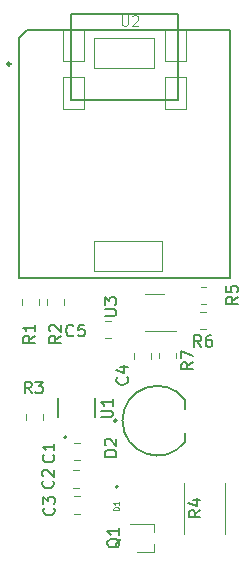
<source format=gbr>
%TF.GenerationSoftware,KiCad,Pcbnew,(6.0.7-1)-1*%
%TF.CreationDate,2022-10-13T21:49:40+11:00*%
%TF.ProjectId,open_jip,6f70656e-5f6a-4697-902e-6b696361645f,rev?*%
%TF.SameCoordinates,Original*%
%TF.FileFunction,Legend,Top*%
%TF.FilePolarity,Positive*%
%FSLAX46Y46*%
G04 Gerber Fmt 4.6, Leading zero omitted, Abs format (unit mm)*
G04 Created by KiCad (PCBNEW (6.0.7-1)-1) date 2022-10-13 21:49:40*
%MOMM*%
%LPD*%
G01*
G04 APERTURE LIST*
%ADD10C,0.150000*%
%ADD11C,0.120406*%
%ADD12C,0.101600*%
%ADD13C,0.200000*%
%ADD14C,0.127000*%
%ADD15C,0.120000*%
%ADD16C,0.066040*%
%ADD17C,0.254000*%
G04 APERTURE END LIST*
D10*
%TO.C,D2*%
X104952380Y-106138095D02*
X103952380Y-106138095D01*
X103952380Y-105900000D01*
X104000000Y-105757142D01*
X104095238Y-105661904D01*
X104190476Y-105614285D01*
X104380952Y-105566666D01*
X104523809Y-105566666D01*
X104714285Y-105614285D01*
X104809523Y-105661904D01*
X104904761Y-105757142D01*
X104952380Y-105900000D01*
X104952380Y-106138095D01*
X104047619Y-105185714D02*
X104000000Y-105138095D01*
X103952380Y-105042857D01*
X103952380Y-104804761D01*
X104000000Y-104709523D01*
X104047619Y-104661904D01*
X104142857Y-104614285D01*
X104238095Y-104614285D01*
X104380952Y-104661904D01*
X104952380Y-105233333D01*
X104952380Y-104614285D01*
%TO.C,C2*%
X99567142Y-108196666D02*
X99614761Y-108244285D01*
X99662380Y-108387142D01*
X99662380Y-108482380D01*
X99614761Y-108625238D01*
X99519523Y-108720476D01*
X99424285Y-108768095D01*
X99233809Y-108815714D01*
X99090952Y-108815714D01*
X98900476Y-108768095D01*
X98805238Y-108720476D01*
X98710000Y-108625238D01*
X98662380Y-108482380D01*
X98662380Y-108387142D01*
X98710000Y-108244285D01*
X98757619Y-108196666D01*
X98757619Y-107815714D02*
X98710000Y-107768095D01*
X98662380Y-107672857D01*
X98662380Y-107434761D01*
X98710000Y-107339523D01*
X98757619Y-107291904D01*
X98852857Y-107244285D01*
X98948095Y-107244285D01*
X99090952Y-107291904D01*
X99662380Y-107863333D01*
X99662380Y-107244285D01*
%TO.C,U3*%
X103954880Y-94221904D02*
X104764404Y-94221904D01*
X104859642Y-94174285D01*
X104907261Y-94126666D01*
X104954880Y-94031428D01*
X104954880Y-93840952D01*
X104907261Y-93745714D01*
X104859642Y-93698095D01*
X104764404Y-93650476D01*
X103954880Y-93650476D01*
X103954880Y-93269523D02*
X103954880Y-92650476D01*
X104335833Y-92983809D01*
X104335833Y-92840952D01*
X104383452Y-92745714D01*
X104431071Y-92698095D01*
X104526309Y-92650476D01*
X104764404Y-92650476D01*
X104859642Y-92698095D01*
X104907261Y-92745714D01*
X104954880Y-92840952D01*
X104954880Y-93126666D01*
X104907261Y-93221904D01*
X104859642Y-93269523D01*
D11*
%TO.C,D1*%
X105187877Y-110695484D02*
X104706253Y-110695484D01*
X104706253Y-110580812D01*
X104729188Y-110512008D01*
X104775056Y-110466139D01*
X104820925Y-110443205D01*
X104912663Y-110420270D01*
X104981467Y-110420270D01*
X105073205Y-110443205D01*
X105119074Y-110466139D01*
X105164943Y-110512008D01*
X105187877Y-110580812D01*
X105187877Y-110695484D01*
X105187877Y-109961581D02*
X105187877Y-110236794D01*
X105187877Y-110099188D02*
X104706253Y-110099188D01*
X104775056Y-110145056D01*
X104820925Y-110190925D01*
X104843860Y-110236794D01*
D12*
%TO.C,U2*%
X105395166Y-68790286D02*
X105395166Y-69509953D01*
X105437500Y-69594620D01*
X105479833Y-69636953D01*
X105564500Y-69679286D01*
X105733833Y-69679286D01*
X105818500Y-69636953D01*
X105860833Y-69594620D01*
X105903166Y-69509953D01*
X105903166Y-68790286D01*
X106284166Y-68874953D02*
X106326500Y-68832620D01*
X106411166Y-68790286D01*
X106622833Y-68790286D01*
X106707500Y-68832620D01*
X106749833Y-68874953D01*
X106792166Y-68959620D01*
X106792166Y-69044286D01*
X106749833Y-69171286D01*
X106241833Y-69679286D01*
X106792166Y-69679286D01*
D10*
%TO.C,U1*%
X103632380Y-102825904D02*
X104441904Y-102825904D01*
X104537142Y-102778285D01*
X104584761Y-102730666D01*
X104632380Y-102635428D01*
X104632380Y-102444952D01*
X104584761Y-102349714D01*
X104537142Y-102302095D01*
X104441904Y-102254476D01*
X103632380Y-102254476D01*
X104632380Y-101254476D02*
X104632380Y-101825904D01*
X104632380Y-101540190D02*
X103632380Y-101540190D01*
X103775238Y-101635428D01*
X103870476Y-101730666D01*
X103918095Y-101825904D01*
%TO.C,R2*%
X100252380Y-95916666D02*
X99776190Y-96250000D01*
X100252380Y-96488095D02*
X99252380Y-96488095D01*
X99252380Y-96107142D01*
X99300000Y-96011904D01*
X99347619Y-95964285D01*
X99442857Y-95916666D01*
X99585714Y-95916666D01*
X99680952Y-95964285D01*
X99728571Y-96011904D01*
X99776190Y-96107142D01*
X99776190Y-96488095D01*
X99347619Y-95535714D02*
X99300000Y-95488095D01*
X99252380Y-95392857D01*
X99252380Y-95154761D01*
X99300000Y-95059523D01*
X99347619Y-95011904D01*
X99442857Y-94964285D01*
X99538095Y-94964285D01*
X99680952Y-95011904D01*
X100252380Y-95583333D01*
X100252380Y-94964285D01*
%TO.C,C5*%
X101323333Y-95867142D02*
X101275714Y-95914761D01*
X101132857Y-95962380D01*
X101037619Y-95962380D01*
X100894761Y-95914761D01*
X100799523Y-95819523D01*
X100751904Y-95724285D01*
X100704285Y-95533809D01*
X100704285Y-95390952D01*
X100751904Y-95200476D01*
X100799523Y-95105238D01*
X100894761Y-95010000D01*
X101037619Y-94962380D01*
X101132857Y-94962380D01*
X101275714Y-95010000D01*
X101323333Y-95057619D01*
X102228095Y-94962380D02*
X101751904Y-94962380D01*
X101704285Y-95438571D01*
X101751904Y-95390952D01*
X101847142Y-95343333D01*
X102085238Y-95343333D01*
X102180476Y-95390952D01*
X102228095Y-95438571D01*
X102275714Y-95533809D01*
X102275714Y-95771904D01*
X102228095Y-95867142D01*
X102180476Y-95914761D01*
X102085238Y-95962380D01*
X101847142Y-95962380D01*
X101751904Y-95914761D01*
X101704285Y-95867142D01*
%TO.C,Q1*%
X105297619Y-113095238D02*
X105250000Y-113190476D01*
X105154761Y-113285714D01*
X105011904Y-113428571D01*
X104964285Y-113523809D01*
X104964285Y-113619047D01*
X105202380Y-113571428D02*
X105154761Y-113666666D01*
X105059523Y-113761904D01*
X104869047Y-113809523D01*
X104535714Y-113809523D01*
X104345238Y-113761904D01*
X104250000Y-113666666D01*
X104202380Y-113571428D01*
X104202380Y-113380952D01*
X104250000Y-113285714D01*
X104345238Y-113190476D01*
X104535714Y-113142857D01*
X104869047Y-113142857D01*
X105059523Y-113190476D01*
X105154761Y-113285714D01*
X105202380Y-113380952D01*
X105202380Y-113571428D01*
X105202380Y-112190476D02*
X105202380Y-112761904D01*
X105202380Y-112476190D02*
X104202380Y-112476190D01*
X104345238Y-112571428D01*
X104440476Y-112666666D01*
X104488095Y-112761904D01*
%TO.C,R4*%
X112072380Y-110686666D02*
X111596190Y-111020000D01*
X112072380Y-111258095D02*
X111072380Y-111258095D01*
X111072380Y-110877142D01*
X111120000Y-110781904D01*
X111167619Y-110734285D01*
X111262857Y-110686666D01*
X111405714Y-110686666D01*
X111500952Y-110734285D01*
X111548571Y-110781904D01*
X111596190Y-110877142D01*
X111596190Y-111258095D01*
X111405714Y-109829523D02*
X112072380Y-109829523D01*
X111024761Y-110067619D02*
X111739047Y-110305714D01*
X111739047Y-109686666D01*
%TO.C,R7*%
X111452380Y-98166666D02*
X110976190Y-98500000D01*
X111452380Y-98738095D02*
X110452380Y-98738095D01*
X110452380Y-98357142D01*
X110500000Y-98261904D01*
X110547619Y-98214285D01*
X110642857Y-98166666D01*
X110785714Y-98166666D01*
X110880952Y-98214285D01*
X110928571Y-98261904D01*
X110976190Y-98357142D01*
X110976190Y-98738095D01*
X110452380Y-97833333D02*
X110452380Y-97166666D01*
X111452380Y-97595238D01*
%TO.C,R3*%
X97773333Y-100784880D02*
X97440000Y-100308690D01*
X97201904Y-100784880D02*
X97201904Y-99784880D01*
X97582857Y-99784880D01*
X97678095Y-99832500D01*
X97725714Y-99880119D01*
X97773333Y-99975357D01*
X97773333Y-100118214D01*
X97725714Y-100213452D01*
X97678095Y-100261071D01*
X97582857Y-100308690D01*
X97201904Y-100308690D01*
X98106666Y-99784880D02*
X98725714Y-99784880D01*
X98392380Y-100165833D01*
X98535238Y-100165833D01*
X98630476Y-100213452D01*
X98678095Y-100261071D01*
X98725714Y-100356309D01*
X98725714Y-100594404D01*
X98678095Y-100689642D01*
X98630476Y-100737261D01*
X98535238Y-100784880D01*
X98249523Y-100784880D01*
X98154285Y-100737261D01*
X98106666Y-100689642D01*
%TO.C,C3*%
X99667142Y-110496666D02*
X99714761Y-110544285D01*
X99762380Y-110687142D01*
X99762380Y-110782380D01*
X99714761Y-110925238D01*
X99619523Y-111020476D01*
X99524285Y-111068095D01*
X99333809Y-111115714D01*
X99190952Y-111115714D01*
X99000476Y-111068095D01*
X98905238Y-111020476D01*
X98810000Y-110925238D01*
X98762380Y-110782380D01*
X98762380Y-110687142D01*
X98810000Y-110544285D01*
X98857619Y-110496666D01*
X98762380Y-110163333D02*
X98762380Y-109544285D01*
X99143333Y-109877619D01*
X99143333Y-109734761D01*
X99190952Y-109639523D01*
X99238571Y-109591904D01*
X99333809Y-109544285D01*
X99571904Y-109544285D01*
X99667142Y-109591904D01*
X99714761Y-109639523D01*
X99762380Y-109734761D01*
X99762380Y-110020476D01*
X99714761Y-110115714D01*
X99667142Y-110163333D01*
%TO.C,C1*%
X99617142Y-105996666D02*
X99664761Y-106044285D01*
X99712380Y-106187142D01*
X99712380Y-106282380D01*
X99664761Y-106425238D01*
X99569523Y-106520476D01*
X99474285Y-106568095D01*
X99283809Y-106615714D01*
X99140952Y-106615714D01*
X98950476Y-106568095D01*
X98855238Y-106520476D01*
X98760000Y-106425238D01*
X98712380Y-106282380D01*
X98712380Y-106187142D01*
X98760000Y-106044285D01*
X98807619Y-105996666D01*
X99712380Y-105044285D02*
X99712380Y-105615714D01*
X99712380Y-105330000D02*
X98712380Y-105330000D01*
X98855238Y-105425238D01*
X98950476Y-105520476D01*
X98998095Y-105615714D01*
%TO.C,R1*%
X98052380Y-95916666D02*
X97576190Y-96250000D01*
X98052380Y-96488095D02*
X97052380Y-96488095D01*
X97052380Y-96107142D01*
X97100000Y-96011904D01*
X97147619Y-95964285D01*
X97242857Y-95916666D01*
X97385714Y-95916666D01*
X97480952Y-95964285D01*
X97528571Y-96011904D01*
X97576190Y-96107142D01*
X97576190Y-96488095D01*
X98052380Y-94964285D02*
X98052380Y-95535714D01*
X98052380Y-95250000D02*
X97052380Y-95250000D01*
X97195238Y-95345238D01*
X97290476Y-95440476D01*
X97338095Y-95535714D01*
%TO.C,C4*%
X105859642Y-99426666D02*
X105907261Y-99474285D01*
X105954880Y-99617142D01*
X105954880Y-99712380D01*
X105907261Y-99855238D01*
X105812023Y-99950476D01*
X105716785Y-99998095D01*
X105526309Y-100045714D01*
X105383452Y-100045714D01*
X105192976Y-99998095D01*
X105097738Y-99950476D01*
X105002500Y-99855238D01*
X104954880Y-99712380D01*
X104954880Y-99617142D01*
X105002500Y-99474285D01*
X105050119Y-99426666D01*
X105288214Y-98569523D02*
X105954880Y-98569523D01*
X104907261Y-98807619D02*
X105621547Y-99045714D01*
X105621547Y-98426666D01*
%TO.C,R6*%
X112133333Y-96852380D02*
X111800000Y-96376190D01*
X111561904Y-96852380D02*
X111561904Y-95852380D01*
X111942857Y-95852380D01*
X112038095Y-95900000D01*
X112085714Y-95947619D01*
X112133333Y-96042857D01*
X112133333Y-96185714D01*
X112085714Y-96280952D01*
X112038095Y-96328571D01*
X111942857Y-96376190D01*
X111561904Y-96376190D01*
X112990476Y-95852380D02*
X112800000Y-95852380D01*
X112704761Y-95900000D01*
X112657142Y-95947619D01*
X112561904Y-96090476D01*
X112514285Y-96280952D01*
X112514285Y-96661904D01*
X112561904Y-96757142D01*
X112609523Y-96804761D01*
X112704761Y-96852380D01*
X112895238Y-96852380D01*
X112990476Y-96804761D01*
X113038095Y-96757142D01*
X113085714Y-96661904D01*
X113085714Y-96423809D01*
X113038095Y-96328571D01*
X112990476Y-96280952D01*
X112895238Y-96233333D01*
X112704761Y-96233333D01*
X112609523Y-96280952D01*
X112561904Y-96328571D01*
X112514285Y-96423809D01*
%TO.C,R5*%
X115239880Y-92616666D02*
X114763690Y-92950000D01*
X115239880Y-93188095D02*
X114239880Y-93188095D01*
X114239880Y-92807142D01*
X114287500Y-92711904D01*
X114335119Y-92664285D01*
X114430357Y-92616666D01*
X114573214Y-92616666D01*
X114668452Y-92664285D01*
X114716071Y-92711904D01*
X114763690Y-92807142D01*
X114763690Y-93188095D01*
X114239880Y-91711904D02*
X114239880Y-92188095D01*
X114716071Y-92235714D01*
X114668452Y-92188095D01*
X114620833Y-92092857D01*
X114620833Y-91854761D01*
X114668452Y-91759523D01*
X114716071Y-91711904D01*
X114811309Y-91664285D01*
X115049404Y-91664285D01*
X115144642Y-91711904D01*
X115192261Y-91759523D01*
X115239880Y-91854761D01*
X115239880Y-92092857D01*
X115192261Y-92188095D01*
X115144642Y-92235714D01*
D13*
%TO.C,D2*%
X105013178Y-103120000D02*
G75*
G03*
X105013178Y-103120000I-143178J0D01*
G01*
D14*
X110780000Y-101330000D02*
X110780000Y-102100000D01*
X110780000Y-104100000D02*
X110780000Y-104870000D01*
X110780000Y-101330000D02*
G75*
G03*
X110780000Y-104870000I-2359991J-1770000D01*
G01*
D15*
%TO.C,C2*%
X101821252Y-107295000D02*
X101298748Y-107295000D01*
X101821252Y-108765000D02*
X101298748Y-108765000D01*
%TO.C,U3*%
X108190000Y-95520000D02*
X109990000Y-95520000D01*
X108190000Y-92400000D02*
X107390000Y-92400000D01*
X108190000Y-95520000D02*
X107390000Y-95520000D01*
X108190000Y-92400000D02*
X108990000Y-92400000D01*
D13*
%TO.C,D1*%
X105087500Y-108680000D02*
G75*
G03*
X105087500Y-108680000I-100000J0D01*
G01*
D16*
%TO.C,U2*%
X109057000Y-69975620D02*
X110835000Y-69975620D01*
X108168000Y-73277620D02*
X108168000Y-70737620D01*
X109057000Y-72642620D02*
X110835000Y-72642620D01*
X100421000Y-72642620D02*
X100421000Y-69975620D01*
D14*
X97408560Y-70059440D02*
X96738000Y-70730000D01*
X96738000Y-70730000D02*
X96738000Y-91057620D01*
X96738000Y-91057620D02*
X114535780Y-91057620D01*
D16*
X110835000Y-76709160D02*
X110835000Y-74039620D01*
X100421000Y-74039620D02*
X102199000Y-74039620D01*
D14*
X114535780Y-70059440D02*
X97408560Y-70059440D01*
D16*
X103088000Y-90422620D02*
X108803000Y-90422620D01*
X100421000Y-76709160D02*
X100421000Y-74039620D01*
X103088000Y-90422620D02*
X103088000Y-87882620D01*
X103088000Y-70737620D02*
X108168000Y-70737620D01*
X110835000Y-72642620D02*
X110835000Y-69975620D01*
X103088000Y-73277620D02*
X103088000Y-70737620D01*
X100421000Y-76709160D02*
X102199000Y-76709160D01*
D14*
X110131420Y-68634500D02*
X110131420Y-75987800D01*
D16*
X109057000Y-76709160D02*
X109057000Y-74039620D01*
X103088000Y-73277620D02*
X108168000Y-73277620D01*
D14*
X101137280Y-68634500D02*
X110131420Y-68634500D01*
D16*
X109057000Y-76709160D02*
X110835000Y-76709160D01*
X100421000Y-69975620D02*
X102199000Y-69975620D01*
X103088000Y-87882620D02*
X108803000Y-87882620D01*
X109057000Y-74039620D02*
X110835000Y-74039620D01*
D14*
X114535780Y-91057620D02*
X114535780Y-70059440D01*
D16*
X100421000Y-72642620D02*
X102199000Y-72642620D01*
X109057000Y-72642620D02*
X109057000Y-69975620D01*
D14*
X110131420Y-75987800D02*
X101132200Y-75987800D01*
D16*
X102199000Y-76709160D02*
X102199000Y-74039620D01*
X108803000Y-90422620D02*
X108803000Y-87882620D01*
X102199000Y-72642620D02*
X102199000Y-69975620D01*
D14*
X101132200Y-75987800D02*
X101132200Y-68634500D01*
D17*
X95976000Y-72896620D02*
G75*
G03*
X95976000Y-72896620I-127000J0D01*
G01*
D13*
%TO.C,U1*%
X100730000Y-104520000D02*
G75*
G03*
X100730000Y-104520000I-100000J0D01*
G01*
D14*
X100020000Y-101220000D02*
X100020000Y-102820000D01*
X103140000Y-102820000D02*
X103140000Y-101220000D01*
D15*
%TO.C,R2*%
X99065000Y-93289564D02*
X99065000Y-92835436D01*
X100535000Y-93289564D02*
X100535000Y-92835436D01*
%TO.C,C5*%
X103978748Y-96095000D02*
X104501252Y-96095000D01*
X103978748Y-94625000D02*
X104501252Y-94625000D01*
%TO.C,Q1*%
X106740000Y-114200000D02*
X108150000Y-114200000D01*
X108150000Y-111880000D02*
X108150000Y-112540000D01*
X108150000Y-113540000D02*
X108150000Y-114200000D01*
X108150000Y-111880000D02*
X106120000Y-111880000D01*
%TO.C,R4*%
X114130000Y-108342936D02*
X114130000Y-112697064D01*
X110710000Y-108342936D02*
X110710000Y-112697064D01*
%TO.C,R7*%
X108555000Y-97828564D02*
X108555000Y-97374436D01*
X110025000Y-97828564D02*
X110025000Y-97374436D01*
%TO.C,R3*%
X98735000Y-103027064D02*
X98735000Y-102572936D01*
X97265000Y-103027064D02*
X97265000Y-102572936D01*
%TO.C,C3*%
X101871252Y-110965000D02*
X101348748Y-110965000D01*
X101871252Y-109495000D02*
X101348748Y-109495000D01*
%TO.C,C1*%
X101871252Y-106465000D02*
X101348748Y-106465000D01*
X101871252Y-104995000D02*
X101348748Y-104995000D01*
%TO.C,R1*%
X96965000Y-93264564D02*
X96965000Y-92810436D01*
X98435000Y-93264564D02*
X98435000Y-92810436D01*
%TO.C,C4*%
X107875000Y-97871252D02*
X107875000Y-97348748D01*
X106405000Y-97871252D02*
X106405000Y-97348748D01*
%TO.C,R6*%
X112060436Y-95335000D02*
X112514564Y-95335000D01*
X112060436Y-93865000D02*
X112514564Y-93865000D01*
%TO.C,R5*%
X112100436Y-93255000D02*
X112554564Y-93255000D01*
X112100436Y-91785000D02*
X112554564Y-91785000D01*
%TD*%
M02*

</source>
